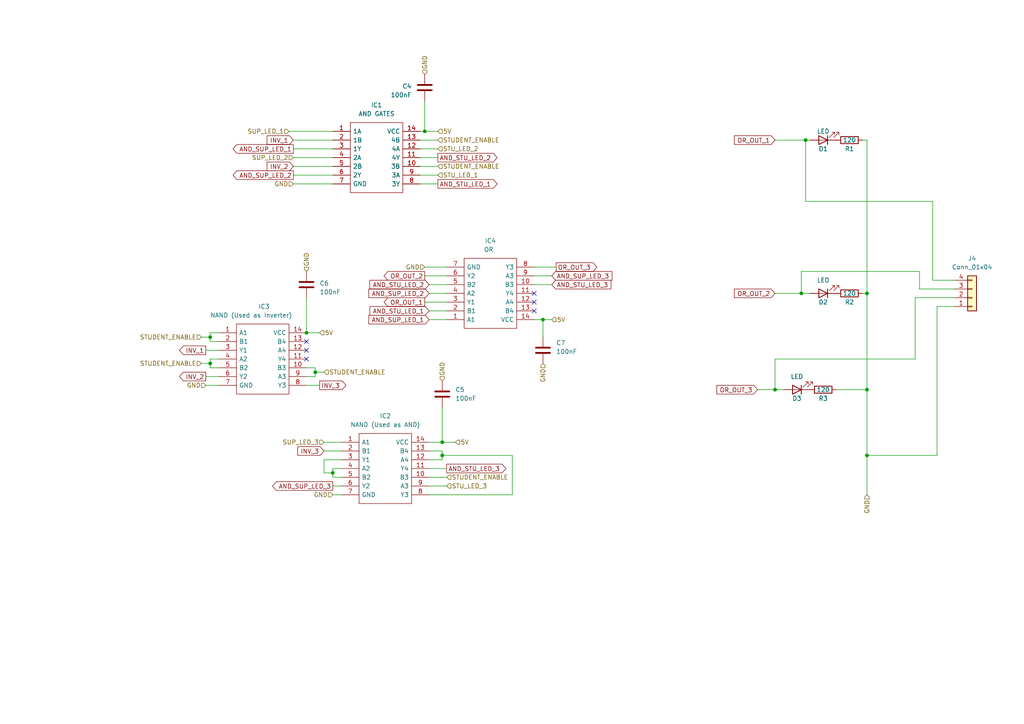
<source format=kicad_sch>
(kicad_sch (version 20211123) (generator eeschema)
  (paper "A4")
  (lib_symbols
    (symbol "CD74HC08QM96EP:CD74HC08QM96EP" (pin_names (offset 0.762))
      (property "Reference" "IC" (at 21.59 7.62 0))
      (property "Value" "CD74HC08QM96EP" (at 21.59 5.08 0))
      (symbol "CD74HC08QM96EP_0_0"
        (pin passive line (at 0 0 0) (length 5.08) (name "1A") (number "1"))
        (pin passive line (at 25.4 -10.16 180) (length 5.08) (name "3B") (number "10"))
        (pin passive line (at 25.4 -7.62 180) (length 5.08) (name "4Y") (number "11"))
        (pin passive line (at 25.4 -5.08 180) (length 5.08) (name "4A") (number "12"))
        (pin passive line (at 25.4 -2.54 180) (length 5.08) (name "4B") (number "13"))
        (pin passive line (at 25.4 0 180) (length 5.08) (name "VCC") (number "14"))
        (pin passive line (at 0 -2.54 0) (length 5.08) (name "1B") (number "2"))
        (pin passive line (at 0 -5.08 0) (length 5.08) (name "1Y") (number "3"))
        (pin passive line (at 0 -7.62 0) (length 5.08) (name "2A") (number "4"))
        (pin passive line (at 0 -10.16 0) (length 5.08) (name "2B") (number "5"))
        (pin passive line (at 0 -12.7 0) (length 5.08) (name "2Y") (number "6"))
        (pin passive line (at 0 -15.24 0) (length 5.08) (name "GND") (number "7"))
        (pin passive line (at 25.4 -15.24 180) (length 5.08) (name "3Y") (number "8"))
        (pin passive line (at 25.4 -12.7 180) (length 5.08) (name "3A") (number "9"))
      )
      (symbol "CD74HC08QM96EP_0_1"
        (polyline (pts (xy 5.08 2.54) (xy 20.32 2.54) (xy 20.32 -17.78) (xy 5.08 -17.78) (xy 5.08 2.54)) (stroke (width 0.1524)))
      )
    )
    (symbol "Connector_Generic:Conn_01x04" (pin_names (offset 1.016) hide)
      (property "Reference" "J" (at 0 5.08 0))
      (property "Value" "Conn_01x04" (at 0 -7.62 0))
      (symbol "Conn_01x04_1_1"
        (rectangle (start -1.27 -4.953) (end 0 -5.207) (stroke (width 0.1524)))
        (rectangle (start -1.27 -2.413) (end 0 -2.667) (stroke (width 0.1524)))
        (rectangle (start -1.27 0.127) (end 0 -0.127) (stroke (width 0.1524)))
        (rectangle (start -1.27 2.667) (end 0 2.413) (stroke (width 0.1524)))
        (rectangle (start -1.27 3.81) (end 1.27 -6.35) (stroke (width 0.254)) (fill (type background)))
        (pin passive line (at -5.08 2.54 0) (length 3.81) (name "Pin_1") (number "1"))
        (pin passive line (at -5.08 0 0) (length 3.81) (name "Pin_2") (number "2"))
        (pin passive line (at -5.08 -2.54 0) (length 3.81) (name "Pin_3") (number "3"))
        (pin passive line (at -5.08 -5.08 0) (length 3.81) (name "Pin_4") (number "4"))
      )
    )
    (symbol "Device:C" (pin_numbers hide) (pin_names (offset 0.254))
      (property "Reference" "C" (at 0.635 2.54 0))
      (property "Value" "C" (at 0.635 -2.54 0))
      (symbol "C_0_1"
        (polyline (pts (xy -2.032 -0.762) (xy 2.032 -0.762)) (stroke (width 0.508)))
        (polyline (pts (xy -2.032 0.762) (xy 2.032 0.762)) (stroke (width 0.508)))
      )
      (symbol "C_1_1"
        (pin passive line (at 0 3.81 270) (length 2.794) (name "~") (number "1"))
        (pin passive line (at 0 -3.81 90) (length 2.794) (name "~") (number "2"))
      )
    )
    (symbol "Device:LED" (pin_numbers hide) (pin_names (offset 1.016) hide)
      (property "Reference" "D" (at 0 2.54 0))
      (property "Value" "LED" (at 0 -2.54 0))
      (symbol "LED_0_1"
        (polyline (pts (xy -1.27 -1.27) (xy -1.27 1.27)) (stroke (width 0.254)))
        (polyline (pts (xy -1.27 0) (xy 1.27 0)))
        (polyline (pts (xy 1.27 -1.27) (xy 1.27 1.27) (xy -1.27 0) (xy 1.27 -1.27)) (stroke (width 0.254)))
        (polyline (pts (xy -3.048 -0.762) (xy -4.572 -2.286) (xy -3.81 -2.286) (xy -4.572 -2.286) (xy -4.572 -1.524)))
        (polyline (pts (xy -1.778 -0.762) (xy -3.302 -2.286) (xy -2.54 -2.286) (xy -3.302 -2.286) (xy -3.302 -1.524)))
      )
      (symbol "LED_1_1"
        (pin passive line (at -3.81 0 0) (length 2.54) (name "K") (number "1"))
        (pin passive line (at 3.81 0 180) (length 2.54) (name "A") (number "2"))
      )
    )
    (symbol "Device:R" (pin_numbers hide) (pin_names (offset 0))
      (property "Reference" "R" (at 2.032 0 90))
      (property "Value" "R" (at 0 0 90))
      (symbol "R_0_1"
        (rectangle (start -1.016 -2.54) (end 1.016 2.54) (stroke (width 0.254)))
      )
      (symbol "R_1_1"
        (pin passive line (at 0 3.81 270) (length 1.27) (name "~") (number "1"))
        (pin passive line (at 0 -3.81 90) (length 1.27) (name "~") (number "2"))
      )
    )
    (symbol "MC74ACT00DG:MC74ACT00DG" (pin_names (offset 0.762))
      (property "Reference" "IC" (at 21.59 7.62 0))
      (property "Value" "MC74ACT00DG" (at 21.59 5.08 0))
      (symbol "MC74ACT00DG_0_0"
        (pin passive line (at 0 0 0) (length 5.08) (name "A1") (number "1"))
        (pin passive line (at 25.4 -10.16 180) (length 5.08) (name "B3") (number "10"))
        (pin passive line (at 25.4 -7.62 180) (length 5.08) (name "Y4") (number "11"))
        (pin passive line (at 25.4 -5.08 180) (length 5.08) (name "A4") (number "12"))
        (pin passive line (at 25.4 -2.54 180) (length 5.08) (name "B4") (number "13"))
        (pin power_in line (at 25.4 0 180) (length 5.08) (name "VCC") (number "14"))
        (pin passive line (at 0 -2.54 0) (length 5.08) (name "B1") (number "2"))
        (pin passive line (at 0 -5.08 0) (length 5.08) (name "Y1") (number "3"))
        (pin passive line (at 0 -7.62 0) (length 5.08) (name "A2") (number "4"))
        (pin passive line (at 0 -10.16 0) (length 5.08) (name "B2") (number "5"))
        (pin passive line (at 0 -12.7 0) (length 5.08) (name "Y2") (number "6"))
        (pin power_in line (at 0 -15.24 0) (length 5.08) (name "GND") (number "7"))
        (pin passive line (at 25.4 -15.24 180) (length 5.08) (name "Y3") (number "8"))
        (pin passive line (at 25.4 -12.7 180) (length 5.08) (name "A3") (number "9"))
      )
      (symbol "MC74ACT00DG_0_1"
        (polyline (pts (xy 5.08 2.54) (xy 20.32 2.54) (xy 20.32 -17.78) (xy 5.08 -17.78) (xy 5.08 2.54)) (stroke (width 0.1524)))
      )
    )
  )
  (junction (at 60.96 105.41))
  (junction (at 96.52 137.16))
  (junction (at 157.48 92.71))
  (junction (at 251.46 85.09))
  (junction (at 128.27 128.27))
  (junction (at 251.46 113.03))
  (junction (at 233.68 40.64))
  (junction (at 60.96 97.79))
  (junction (at 128.27 132.08))
  (junction (at 123.19 38.1))
  (junction (at 88.9 96.52))
  (junction (at 232.41 85.09))
  (junction (at 224.79 113.03))
  (junction (at 91.44 107.95))
  (junction (at 251.46 132.08))
  (no_connect (at 88.9 104.14))
  (no_connect (at 88.9 101.6))
  (no_connect (at 88.9 99.06))
  (no_connect (at 154.94 87.63))
  (no_connect (at 154.94 85.09))
  (no_connect (at 154.94 90.17))
  (wire (pts (xy 93.98 133.35) (xy 93.98 137.16)))
  (wire (pts (xy 88.9 106.68) (xy 91.44 106.68)))
  (wire (pts (xy 96.52 140.97) (xy 99.06 140.97)))
  (wire (pts (xy 85.09 45.72) (xy 96.52 45.72)))
  (wire (pts (xy 96.52 143.51) (xy 99.06 143.51)))
  (wire (pts (xy 121.92 48.26) (xy 127 48.26)))
  (wire (pts (xy 99.06 133.35) (xy 93.98 133.35)))
  (wire (pts (xy 91.44 109.22) (xy 91.44 107.95)))
  (wire (pts (xy 58.42 105.41) (xy 60.96 105.41)))
  (wire (pts (xy 58.42 97.79) (xy 60.96 97.79)))
  (wire (pts (xy 157.48 92.71) (xy 157.48 97.79)))
  (wire (pts (xy 60.96 104.14) (xy 60.96 105.41)))
  (wire (pts (xy 93.98 128.27) (xy 99.06 128.27)))
  (wire (pts (xy 63.5 99.06) (xy 60.96 99.06)))
  (wire (pts (xy 96.52 138.43) (xy 96.52 137.16)))
  (wire (pts (xy 91.44 107.95) (xy 93.98 107.95)))
  (wire (pts (xy 85.09 40.64) (xy 96.52 40.64)))
  (wire (pts (xy 251.46 40.64) (xy 251.46 85.09)))
  (wire (pts (xy 265.43 86.36) (xy 265.43 104.14)))
  (wire (pts (xy 128.27 118.11) (xy 128.27 128.27)))
  (wire (pts (xy 251.46 85.09) (xy 251.46 113.03)))
  (wire (pts (xy 121.92 50.8) (xy 127 50.8)))
  (wire (pts (xy 99.06 138.43) (xy 96.52 138.43)))
  (wire (pts (xy 154.94 82.55) (xy 160.02 82.55)))
  (wire (pts (xy 88.9 96.52) (xy 92.71 96.52)))
  (wire (pts (xy 121.92 53.34) (xy 127 53.34)))
  (wire (pts (xy 93.98 137.16) (xy 96.52 137.16)))
  (wire (pts (xy 96.52 135.89) (xy 99.06 135.89)))
  (wire (pts (xy 128.27 132.08) (xy 128.27 130.81)))
  (wire (pts (xy 85.09 50.8) (xy 96.52 50.8)))
  (wire (pts (xy 123.19 87.63) (xy 129.54 87.63)))
  (wire (pts (xy 91.44 107.95) (xy 91.44 106.68)))
  (wire (pts (xy 148.59 143.51) (xy 148.59 132.08)))
  (wire (pts (xy 233.68 58.42) (xy 233.68 40.64)))
  (wire (pts (xy 276.86 83.82) (xy 266.7 83.82)))
  (wire (pts (xy 85.09 53.34) (xy 96.52 53.34)))
  (wire (pts (xy 266.7 83.82) (xy 266.7 78.74)))
  (wire (pts (xy 123.19 77.47) (xy 129.54 77.47)))
  (wire (pts (xy 123.19 29.21) (xy 123.19 38.1)))
  (wire (pts (xy 154.94 92.71) (xy 157.48 92.71)))
  (wire (pts (xy 60.96 96.52) (xy 63.5 96.52)))
  (wire (pts (xy 93.98 130.81) (xy 99.06 130.81)))
  (wire (pts (xy 124.46 92.71) (xy 129.54 92.71)))
  (wire (pts (xy 265.43 104.14) (xy 224.79 104.14)))
  (wire (pts (xy 251.46 132.08) (xy 271.78 132.08)))
  (wire (pts (xy 232.41 78.74) (xy 232.41 85.09)))
  (wire (pts (xy 121.92 45.72) (xy 127 45.72)))
  (wire (pts (xy 219.71 113.03) (xy 224.79 113.03)))
  (wire (pts (xy 59.69 111.76) (xy 63.5 111.76)))
  (wire (pts (xy 154.94 80.01) (xy 160.02 80.01)))
  (wire (pts (xy 242.57 113.03) (xy 251.46 113.03)))
  (wire (pts (xy 128.27 133.35) (xy 128.27 132.08)))
  (wire (pts (xy 224.79 40.64) (xy 233.68 40.64)))
  (wire (pts (xy 224.79 104.14) (xy 224.79 113.03)))
  (wire (pts (xy 60.96 105.41) (xy 60.96 106.68)))
  (wire (pts (xy 88.9 111.76) (xy 92.71 111.76)))
  (wire (pts (xy 124.46 138.43) (xy 129.54 138.43)))
  (wire (pts (xy 124.46 143.51) (xy 148.59 143.51)))
  (wire (pts (xy 124.46 82.55) (xy 129.54 82.55)))
  (wire (pts (xy 85.09 48.26) (xy 96.52 48.26)))
  (wire (pts (xy 124.46 135.89) (xy 129.54 135.89)))
  (wire (pts (xy 128.27 128.27) (xy 132.08 128.27)))
  (wire (pts (xy 60.96 106.68) (xy 63.5 106.68)))
  (wire (pts (xy 276.86 86.36) (xy 265.43 86.36)))
  (wire (pts (xy 59.69 101.6) (xy 63.5 101.6)))
  (wire (pts (xy 251.46 132.08) (xy 251.46 143.51)))
  (wire (pts (xy 276.86 81.28) (xy 270.51 81.28)))
  (wire (pts (xy 83.82 38.1) (xy 96.52 38.1)))
  (wire (pts (xy 232.41 85.09) (xy 234.95 85.09)))
  (wire (pts (xy 124.46 90.17) (xy 129.54 90.17)))
  (wire (pts (xy 266.7 78.74) (xy 232.41 78.74)))
  (wire (pts (xy 224.79 113.03) (xy 227.33 113.03)))
  (wire (pts (xy 124.46 85.09) (xy 129.54 85.09)))
  (wire (pts (xy 63.5 104.14) (xy 60.96 104.14)))
  (wire (pts (xy 251.46 113.03) (xy 251.46 132.08)))
  (wire (pts (xy 88.9 86.36) (xy 88.9 96.52)))
  (wire (pts (xy 270.51 81.28) (xy 270.51 58.42)))
  (wire (pts (xy 60.96 99.06) (xy 60.96 97.79)))
  (wire (pts (xy 124.46 140.97) (xy 129.54 140.97)))
  (wire (pts (xy 124.46 130.81) (xy 128.27 130.81)))
  (wire (pts (xy 271.78 88.9) (xy 271.78 132.08)))
  (wire (pts (xy 121.92 40.64) (xy 127 40.64)))
  (wire (pts (xy 60.96 97.79) (xy 60.96 96.52)))
  (wire (pts (xy 233.68 40.64) (xy 234.95 40.64)))
  (wire (pts (xy 124.46 128.27) (xy 128.27 128.27)))
  (wire (pts (xy 251.46 85.09) (xy 250.19 85.09)))
  (wire (pts (xy 148.59 132.08) (xy 128.27 132.08)))
  (wire (pts (xy 59.69 109.22) (xy 63.5 109.22)))
  (wire (pts (xy 96.52 137.16) (xy 96.52 135.89)))
  (wire (pts (xy 121.92 38.1) (xy 123.19 38.1)))
  (wire (pts (xy 88.9 109.22) (xy 91.44 109.22)))
  (wire (pts (xy 157.48 92.71) (xy 160.02 92.71)))
  (wire (pts (xy 270.51 58.42) (xy 233.68 58.42)))
  (wire (pts (xy 124.46 133.35) (xy 128.27 133.35)))
  (wire (pts (xy 251.46 40.64) (xy 250.19 40.64)))
  (wire (pts (xy 154.94 77.47) (xy 161.29 77.47)))
  (wire (pts (xy 276.86 88.9) (xy 271.78 88.9)))
  (wire (pts (xy 121.92 43.18) (xy 127 43.18)))
  (wire (pts (xy 123.19 80.01) (xy 129.54 80.01)))
  (wire (pts (xy 85.09 43.18) (xy 96.52 43.18)))
  (wire (pts (xy 224.79 85.09) (xy 232.41 85.09)))
  (wire (pts (xy 123.19 38.1) (xy 127 38.1)))
  (global_label "AND_SUP_LED_1" (shape input) (at 124.46 92.71 180) (property "Intersheet References" "${INTERSHEET_REFS}" (effects hide)))
  (global_label "OR_OUT_1" (shape output) (at 123.19 87.63 180) (property "Intersheet References" "${INTERSHEET_REFS}" (effects hide)))
  (global_label "INV_3" (shape output) (at 92.71 111.76 0) (property "Intersheet References" "${INTERSHEET_REFS}" (effects hide)))
  (global_label "AND_SUP_LED_1" (shape output) (at 85.09 43.18 180) (property "Intersheet References" "${INTERSHEET_REFS}" (effects hide)))
  (global_label "OR_OUT_3" (shape output) (at 161.29 77.47 0) (property "Intersheet References" "${INTERSHEET_REFS}" (effects hide)))
  (global_label "INV_2" (shape output) (at 59.69 109.22 180) (property "Intersheet References" "${INTERSHEET_REFS}" (effects hide)))
  (global_label "OR_OUT_3" (shape input) (at 219.71 113.03 180) (property "Intersheet References" "${INTERSHEET_REFS}" (effects hide)))
  (global_label "AND_STU_LED_2" (shape output) (at 127 45.72 0) (property "Intersheet References" "${INTERSHEET_REFS}" (effects hide)))
  (global_label "INV_2" (shape input) (at 85.09 48.26 180) (property "Intersheet References" "${INTERSHEET_REFS}" (effects hide)))
  (global_label "AND_STU_LED_1" (shape output) (at 127 53.34 0) (property "Intersheet References" "${INTERSHEET_REFS}" (effects hide)))
  (global_label "OR_OUT_2" (shape input) (at 224.79 85.09 180) (property "Intersheet References" "${INTERSHEET_REFS}" (effects hide)))
  (global_label "AND_SUP_LED_3" (shape input) (at 160.02 80.01 0) (property "Intersheet References" "${INTERSHEET_REFS}" (effects hide)))
  (global_label "OR_OUT_1" (shape input) (at 224.79 40.64 180) (property "Intersheet References" "${INTERSHEET_REFS}" (effects hide)))
  (global_label "OR_OUT_2" (shape output) (at 123.19 80.01 180) (property "Intersheet References" "${INTERSHEET_REFS}" (effects hide)))
  (global_label "AND_STU_LED_3" (shape output) (at 129.54 135.89 0) (property "Intersheet References" "${INTERSHEET_REFS}" (effects hide)))
  (global_label "AND_SUP_LED_3" (shape output) (at 96.52 140.97 180) (property "Intersheet References" "${INTERSHEET_REFS}" (effects hide)))
  (global_label "AND_STU_LED_1" (shape input) (at 124.46 90.17 180) (property "Intersheet References" "${INTERSHEET_REFS}" (effects hide)))
  (global_label "AND_SUP_LED_2" (shape output) (at 85.09 50.8 180) (property "Intersheet References" "${INTERSHEET_REFS}" (effects hide)))
  (global_label "AND_SUP_LED_2" (shape input) (at 124.46 85.09 180) (property "Intersheet References" "${INTERSHEET_REFS}" (effects hide)))
  (global_label "AND_STU_LED_2" (shape input) (at 124.46 82.55 180) (property "Intersheet References" "${INTERSHEET_REFS}" (effects hide)))
  (global_label "INV_3" (shape input) (at 93.98 130.81 180) (property "Intersheet References" "${INTERSHEET_REFS}" (effects hide)))
  (global_label "AND_STU_LED_3" (shape input) (at 160.02 82.55 0) (property "Intersheet References" "${INTERSHEET_REFS}" (effects hide)))
  (global_label "INV_1" (shape input) (at 85.09 40.64 180) (property "Intersheet References" "${INTERSHEET_REFS}" (effects hide)))
  (global_label "INV_1" (shape output) (at 59.69 101.6 180) (property "Intersheet References" "${INTERSHEET_REFS}" (effects hide)))
  (hierarchical_label "GND" (shape input) (at 123.19 77.47 180))
  (hierarchical_label "GND" (shape input) (at 251.46 143.51 270))
  (hierarchical_label "STU_LED_2" (shape input) (at 127 43.18 0))
  (hierarchical_label "GND" (shape input) (at 157.48 105.41 270))
  (hierarchical_label "SUP_LED_1" (shape input) (at 83.82 38.1 180))
  (hierarchical_label "GND" (shape input) (at 128.27 110.49 90))
  (hierarchical_label "5V" (shape input) (at 160.02 92.71 0))
  (hierarchical_label "STUDENT_ENABLE" (shape input) (at 127 40.64 0))
  (hierarchical_label "STU_LED_3" (shape input) (at 129.54 140.97 0))
  (hierarchical_label "STUDENT_ENABLE" (shape input) (at 127 48.26 0))
  (hierarchical_label "GND" (shape input) (at 96.52 143.51 180))
  (hierarchical_label "GND" (shape input) (at 59.69 111.76 180))
  (hierarchical_label "GND" (shape input) (at 88.9 78.74 90))
  (hierarchical_label "SUP_LED_3" (shape input) (at 93.98 128.27 180))
  (hierarchical_label "STUDENT_ENABLE" (shape input) (at 58.42 97.79 180))
  (hierarchical_label "STUDENT_ENABLE" (shape input) (at 129.54 138.43 0))
  (hierarchical_label "5V" (shape input) (at 132.08 128.27 0))
  (hierarchical_label "STUDENT_ENABLE" (shape input) (at 93.98 107.95 0))
  (hierarchical_label "STUDENT_ENABLE" (shape input) (at 58.42 105.41 180))
  (hierarchical_label "STU_LED_1" (shape input) (at 127 50.8 0))
  (hierarchical_label "5V" (shape input) (at 92.71 96.52 0))
  (hierarchical_label "GND" (shape input) (at 123.19 21.59 90))
  (hierarchical_label "SUP_LED_2" (shape input) (at 85.09 45.72 180))
  (hierarchical_label "5V" (shape input) (at 127 38.1 0))
  (hierarchical_label "GND" (shape input) (at 85.09 53.34 180))
  (symbol (lib_id "Device:C") (at 157.48 101.6 0) (mirror y) (unit 1)
    (property "Reference" "C7" (at 161.29 99.4409 0) (effects (justify right)))
    (property "Value" "100nF" (at 161.29 101.9809 0) (effects (justify right)))
    (property "Footprint" "Capacitor_SMD:C_0805_2012Metric_Pad1.18x1.45mm_HandSolder" (effects hide))
  )
  (symbol (lib_id "MC74ACT00DG:MC74ACT00DG") (at 129.54 92.71 0) (mirror x) (unit 1)
    (property "Reference" "IC4" (at 142.24 69.85 0))
    (property "Value" "OR " (at 142.24 72.39 0))
    (property "Footprint" "ICPINS:SOIC127P600X175-14N" (effects hide))
    (property "Datasheet" "http://www.onsemi.com/pub/Collateral/MC74AC00-D.PDF" (effects hide))
    (property "Description" "ON SEMICONDUCTOR - MC74ACT00DG - IC, QUAD NAND GATE, 2I/P, SOIC-14" (effects hide))
    (property "Height" "1.75" (effects hide))
    (property "Manufacturer_Name" "onsemi" (effects hide))
    (property "Manufacturer_Part_Number" "MC74ACT00DG" (effects hide))
    (property "Mouser Part Number" "863-MC74ACT00DG" (effects hide))
    (property "Mouser Price/Stock" "https://www.mouser.com/Search/Refine.aspx?Keyword=863-MC74ACT00DG" (effects hide))
  )
  (symbol (lib_id "Connector_Generic:Conn_01x04") (at 281.94 86.36 0) (mirror x) (unit 1)
    (property "Reference" "J4" (at 281.94 74.93 0))
    (property "Value" "Conn_01x04" (at 281.94 77.47 0))
    (property "Footprint" "TerminalBlock_TE-Connectivity:TerminalBlock_TE_282834-4_1x04_P2.54mm_Horizontal" (effects hide))
  )
  (symbol (lib_id "MC74ACT00DG:MC74ACT00DG") (at 99.06 128.27 0) (unit 1)
    (property "Reference" "IC2" (at 111.76 120.65 0))
    (property "Value" "NAND (Used as AND)" (at 111.76 123.19 0))
    (property "Footprint" "ICPINS:SOIC127P600X175-14N" (effects hide))
    (property "Datasheet" "http://www.onsemi.com/pub/Collateral/MC74AC00-D.PDF" (effects hide))
    (property "Description" "ON SEMICONDUCTOR - MC74ACT00DG - IC, QUAD NAND GATE, 2I/P, SOIC-14" (effects hide))
    (property "Height" "1.75" (effects hide))
    (property "Manufacturer_Name" "onsemi" (effects hide))
    (property "Manufacturer_Part_Number" "MC74ACT00DG" (effects hide))
    (property "Mouser Part Number" "863-MC74ACT00DG" (effects hide))
    (property "Mouser Price/Stock" "https://www.mouser.com/Search/Refine.aspx?Keyword=863-MC74ACT00DG" (effects hide))
  )
  (symbol (lib_id "Device:R") (at 238.76 113.03 270) (unit 1)
    (property "Reference" "R3" (at 238.76 115.57 90))
    (property "Value" "120" (at 238.76 113.03 90))
    (property "Footprint" "Resistor_SMD:R_0805_2012Metric_Pad1.20x1.40mm_HandSolder" (effects hide))
  )
  (symbol (lib_id "Device:C") (at 88.9 82.55 180) (unit 1)
    (property "Reference" "C6" (at 92.71 82.1689 0) (effects (justify right)))
    (property "Value" "100nF" (at 92.71 84.7089 0) (effects (justify right)))
    (property "Footprint" "Capacitor_SMD:C_0805_2012Metric_Pad1.18x1.45mm_HandSolder" (effects hide))
  )
  (symbol (lib_id "CD74HC08QM96EP:CD74HC08QM96EP") (at 96.52 38.1 0) (unit 1)
    (property "Reference" "IC1" (at 109.22 30.48 0))
    (property "Value" "AND GATES" (at 109.22 33.02 0))
    (property "Footprint" "ICPINS:SOIC127P600X175-14N" (effects hide))
    (property "Datasheet" "http://www.ti.com/lit/gpn/cd74hc08-ep" (effects hide))
    (property "Description" "Enhanced Product Quadruple 2-Input Positive-And Gates" (effects hide))
    (property "Height" "1.75" (effects hide))
    (property "Manufacturer_Name" "Texas Instruments" (effects hide))
    (property "Manufacturer_Part_Number" "CD74HC08QM96EP" (effects hide))
    (property "Mouser Part Number" "595-CD74HC08QM96EP" (effects hide))
    (property "Mouser Price/Stock" "https://www.mouser.co.uk/ProductDetail/Texas-Instruments/CD74HC08QM96EP?qs=HTr%252BoA4jRimGfHL8uqrZHA%3D%3D" (effects hide))
    (property "Arrow Part Number" "CD74HC08QM96EP" (effects hide))
    (property "Arrow Price/Stock" "https://www.arrow.com/en/products/cd74hc08qm96ep/texas-instruments?region=nac" (effects hide))
  )
  (symbol (lib_id "Device:LED") (at 231.14 113.03 180) (unit 1)
    (property "Reference" "D3" (at 231.14 115.57 0))
    (property "Value" "LED" (at 231.14 109.22 0))
    (property "Footprint" "LED_SMD:LED_0805_2012Metric_Pad1.15x1.40mm_HandSolder" (effects hide))
  )
  (symbol (lib_id "Device:C") (at 123.19 25.4 0) (mirror x) (unit 1)
    (property "Reference" "C4" (at 119.38 25.0189 0) (effects (justify right)))
    (property "Value" "100nF" (at 119.38 27.5589 0) (effects (justify right)))
    (property "Footprint" "Capacitor_SMD:C_0805_2012Metric_Pad1.18x1.45mm_HandSolder" (effects hide))
  )
  (symbol (lib_id "Device:C") (at 128.27 114.3 180) (unit 1)
    (property "Reference" "C5" (at 132.08 113.0299 0) (effects (justify right)))
    (property "Value" "100nF" (at 132.08 115.5699 0) (effects (justify right)))
    (property "Footprint" "Capacitor_SMD:C_0805_2012Metric_Pad1.18x1.45mm_HandSolder" (effects hide))
  )
  (symbol (lib_id "Device:LED") (at 238.76 40.64 180) (unit 1)
    (property "Reference" "D1" (at 238.76 43.18 0))
    (property "Value" "LED" (at 238.76 38.1 0))
    (property "Footprint" "LED_SMD:LED_0805_2012Metric_Pad1.15x1.40mm_HandSolder" (effects hide))
  )
  (symbol (lib_id "Device:LED") (at 238.76 85.09 180) (unit 1)
    (property "Reference" "D2" (at 238.76 87.63 0))
    (property "Value" "LED" (at 238.76 81.28 0))
    (property "Footprint" "LED_SMD:LED_0805_2012Metric_Pad1.15x1.40mm_HandSolder" (effects hide))
  )
  (symbol (lib_id "MC74ACT00DG:MC74ACT00DG") (at 63.5 96.52 0) (unit 1)
    (property "Reference" "IC3" (at 74.93 88.9 0) (effects (justify left)))
    (property "Value" "NAND (Used as Inverter)" (at 60.96 91.44 0) (effects (justify left)))
    (property "Footprint" "ICPINS:SOIC127P600X175-14N" (effects hide))
    (property "Datasheet" "http://www.onsemi.com/pub/Collateral/MC74AC00-D.PDF" (effects hide))
    (property "Description" "ON SEMICONDUCTOR - MC74ACT00DG - IC, QUAD NAND GATE, 2I/P, SOIC-14" (effects hide))
    (property "Height" "1.75" (effects hide))
    (property "Manufacturer_Name" "onsemi" (effects hide))
    (property "Manufacturer_Part_Number" "MC74ACT00DG" (effects hide))
    (property "Mouser Part Number" "863-MC74ACT00DG" (effects hide))
    (property "Mouser Price/Stock" "https://www.mouser.com/Search/Refine.aspx?Keyword=863-MC74ACT00DG" (effects hide))
  )
  (symbol (lib_id "Device:R") (at 246.38 85.09 270) (unit 1)
    (property "Reference" "R2" (at 246.38 87.63 90))
    (property "Value" "120" (at 246.38 85.09 90))
    (property "Footprint" "Resistor_SMD:R_0805_2012Metric_Pad1.20x1.40mm_HandSolder" (effects hide))
  )
  (symbol (lib_id "Device:R") (at 246.38 40.64 270) (unit 1)
    (property "Reference" "R1" (at 246.38 43.18 90))
    (property "Value" "120" (at 246.38 40.64 90))
    (property "Footprint" "Resistor_SMD:R_0805_2012Metric_Pad1.20x1.40mm_HandSolder" (effects hide))
  )
)
</source>
